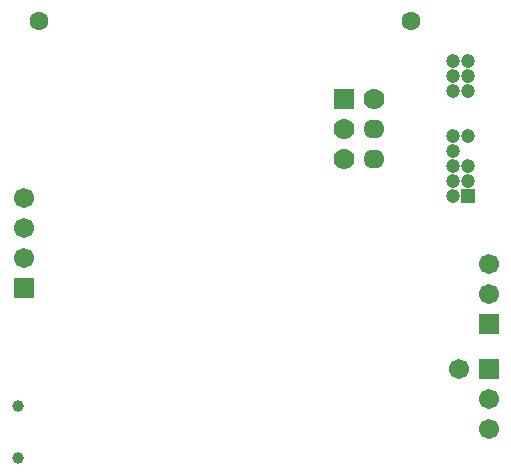
<source format=gbs>
G04 Layer_Color=16711935*
%FSLAX23Y23*%
%MOIN*%
G70*
G01*
G75*
%ADD58C,0.067*%
%ADD59R,0.067X0.067*%
%ADD60C,0.063*%
%ADD61R,0.047X0.047*%
%ADD62C,0.047*%
%ADD63C,0.070*%
%ADD64O,0.070X0.063*%
%ADD65R,0.070X0.070*%
%ADD66R,0.067X0.067*%
%ADD67C,0.039*%
D58*
X1700Y700D02*
D03*
X250Y1070D02*
D03*
Y1170D02*
D03*
Y1270D02*
D03*
X1800Y1050D02*
D03*
Y950D02*
D03*
X1800Y500D02*
D03*
Y600D02*
D03*
D59*
Y700D02*
D03*
D60*
X1540Y1860D02*
D03*
X300D02*
D03*
D61*
X1730Y1275D02*
D03*
D62*
X1680D02*
D03*
X1730Y1325D02*
D03*
X1680D02*
D03*
X1730Y1375D02*
D03*
X1680D02*
D03*
Y1425D02*
D03*
X1730Y1475D02*
D03*
X1680D02*
D03*
X1730Y1625D02*
D03*
X1680D02*
D03*
X1730Y1675D02*
D03*
X1680D02*
D03*
X1730Y1725D02*
D03*
X1680D02*
D03*
D63*
X1415Y1600D02*
D03*
X1315Y1500D02*
D03*
Y1400D02*
D03*
D64*
X1415Y1500D02*
D03*
Y1400D02*
D03*
D65*
X1315Y1600D02*
D03*
D66*
X250Y970D02*
D03*
X1800Y850D02*
D03*
X1800Y700D02*
D03*
D67*
X230Y403D02*
D03*
Y577D02*
D03*
M02*

</source>
